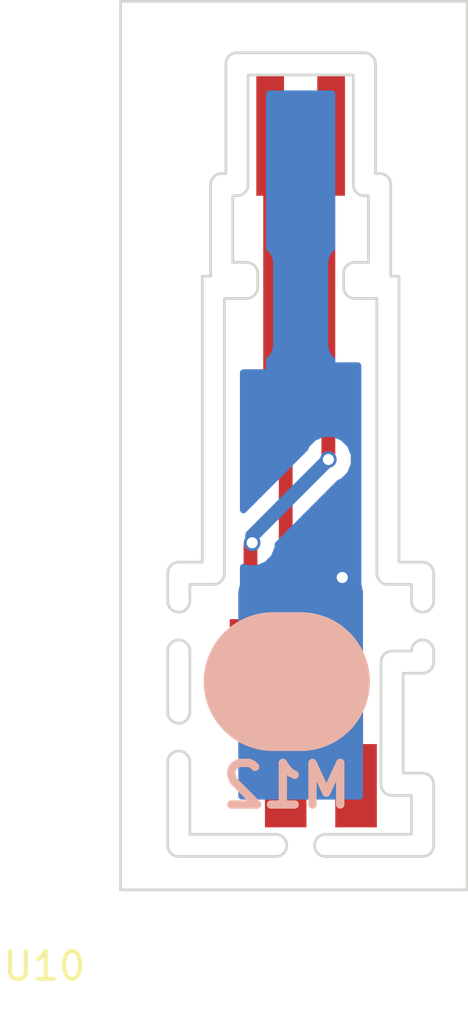
<source format=kicad_pcb>
(kicad_pcb (version 4) (host pcbnew 4.0.2-4+6225~38~ubuntu14.04.1-stable)

  (general
    (links 3)
    (no_connects 3)
    (area 143.475 69.949999 160.050001 106.975)
    (thickness 1.6)
    (drawings 85)
    (tracks 20)
    (zones 0)
    (modules 1)
    (nets 4)
  )

  (page A4)
  (layers
    (0 F.Cu signal)
    (31 B.Cu signal)
    (32 B.Adhes user)
    (33 F.Adhes user)
    (34 B.Paste user)
    (35 F.Paste user)
    (36 B.SilkS user)
    (37 F.SilkS user)
    (38 B.Mask user)
    (39 F.Mask user)
    (40 Dwgs.User user)
    (41 Cmts.User user)
    (42 Eco1.User user)
    (43 Eco2.User user)
    (44 Edge.Cuts user)
    (45 Margin user)
    (46 B.CrtYd user)
    (47 F.CrtYd user)
    (48 B.Fab user)
    (49 F.Fab user)
  )

  (setup
    (last_trace_width 0.5)
    (trace_clearance 0.2)
    (zone_clearance 0.508)
    (zone_45_only no)
    (trace_min 0.2)
    (segment_width 0.2)
    (edge_width 0.1)
    (via_size 0.6)
    (via_drill 0.4)
    (via_min_size 0.4)
    (via_min_drill 0.3)
    (uvia_size 0.3)
    (uvia_drill 0.1)
    (uvias_allowed no)
    (uvia_min_size 0.2)
    (uvia_min_drill 0.1)
    (pcb_text_width 0.3)
    (pcb_text_size 1.5 1.5)
    (mod_edge_width 0.15)
    (mod_text_size 1 1)
    (mod_text_width 0.15)
    (pad_size 1.5 3)
    (pad_drill 0)
    (pad_to_mask_clearance 0.2)
    (aux_axis_origin 0 0)
    (visible_elements FFFFFF7F)
    (pcbplotparams
      (layerselection 0x010fc_80000001)
      (usegerberextensions false)
      (excludeedgelayer true)
      (linewidth 0.100000)
      (plotframeref true)
      (viasonmask false)
      (mode 1)
      (useauxorigin false)
      (hpglpennumber 1)
      (hpglpenspeed 20)
      (hpglpendiameter 15)
      (hpglpenoverlay 2)
      (psnegative false)
      (psa4output false)
      (plotreference true)
      (plotvalue true)
      (plotinvisibletext false)
      (padsonsilk false)
      (subtractmaskfromsilk false)
      (outputformat 4)
      (mirror false)
      (drillshape 0)
      (scaleselection 1)
      (outputdirectory gerbers/))
  )

  (net 0 "")
  (net 1 GND)
  (net 2 "Net-(U1-Pad3)")
  (net 3 "Net-(U1-Pad4)")

  (net_class Default "This is the default net class."
    (clearance 0.2)
    (trace_width 0.5)
    (via_dia 0.6)
    (via_drill 0.4)
    (uvia_dia 0.3)
    (uvia_drill 0.1)
    (add_net GND)
    (add_net "Net-(U1-Pad3)")
    (add_net "Net-(U1-Pad4)")
  )

  (module sipm_socket:sipm_socket (layer F.Cu) (tedit 5734B8BF) (tstamp 5734BAB3)
    (at 150 100)
    (path /5734B77D)
    (fp_text reference U10 (at -5.25 4.75) (layer F.SilkS)
      (effects (font (size 1 1) (thickness 0.15)))
    )
    (fp_text value SiPM_Socket (at -1.5 6) (layer F.Fab)
      (effects (font (size 1 1) (thickness 0.15)))
    )
    (pad 1 smd rect (at 6 -1.75) (size 1.5 3) (layers F.Cu F.Paste F.Mask)
      (net 1 GND))
    (pad 2 smd rect (at 4.73 -6.25) (size 1.5 3) (layers F.Cu F.Paste F.Mask)
      (net 1 GND))
    (pad 3 smd rect (at 3.46 -1.75) (size 1.5 3) (layers F.Cu F.Paste F.Mask)
      (net 2 "Net-(U1-Pad3)"))
    (pad 4 smd rect (at 2.19 -6.25) (size 1.5 3) (layers F.Cu F.Paste F.Mask)
      (net 3 "Net-(U1-Pad4)"))
    (pad 5 smd rect (at 5.1 -25.175) (size 1 4.35) (layers F.Cu F.Paste F.Mask)
      (net 3 "Net-(U1-Pad4)"))
    (pad 6 smd rect (at 2.9 -25.175) (size 1 4.35) (layers F.Cu F.Paste F.Mask)
      (net 2 "Net-(U1-Pad3)"))
  )

  (gr_arc (start 152.05 79.8) (end 152.05 79.4) (angle 90) (layer Edge.Cuts) (width 0.1))
  (gr_arc (start 152.05 80.3) (end 152.45 80.3) (angle 90) (layer Edge.Cuts) (width 0.1))
  (gr_arc (start 155.95 80.3) (end 155.55 80.3) (angle -90) (layer Edge.Cuts) (width 0.1))
  (gr_arc (start 155.95 79.8) (end 155.55 79.8) (angle 89.9) (layer Edge.Cuts) (width 0.1))
  (gr_arc (start 156.85 76.6) (end 157.25 76.6) (angle -90) (layer Edge.Cuts) (width 0.1))
  (gr_arc (start 156.3 76.6) (end 156.3 77) (angle 90) (layer Edge.Cuts) (width 0.1))
  (gr_arc (start 151.7 76.6) (end 152.1 76.6) (angle 90) (layer Edge.Cuts) (width 0.1))
  (gr_arc (start 151.15 76.6) (end 150.75 76.6) (angle 90) (layer Edge.Cuts) (width 0.1))
  (gr_arc (start 151.7 72.25) (end 151.3 72.25) (angle 90) (layer Edge.Cuts) (width 0.1))
  (gr_arc (start 156.3 72.25) (end 156.7 72.25) (angle -90) (layer Edge.Cuts) (width 0.1))
  (gr_arc (start 157.15 90.6) (end 156.75 90.6) (angle -90) (layer Edge.Cuts) (width 0.1))
  (gr_arc (start 158.4 90.6) (end 158.4 90.2) (angle 90) (layer Edge.Cuts) (width 0.1))
  (gr_arc (start 158.4 91.6) (end 158 91.6) (angle -180) (layer Edge.Cuts) (width 0.1))
  (gr_arc (start 150.85 90.6) (end 150.85 91) (angle -90) (layer Edge.Cuts) (width 0.1))
  (gr_arc (start 149.6 90.6) (end 149.2 90.6) (angle 90) (layer Edge.Cuts) (width 0.1))
  (gr_arc (start 149.6 91.6) (end 149.2 91.6) (angle -180) (layer Edge.Cuts) (width 0.1))
  (gr_arc (start 158.4 93.8) (end 158.8 93.8) (angle 90) (layer Edge.Cuts) (width 0.1))
  (gr_arc (start 154.9 100.4) (end 154.9 100) (angle -180) (layer Edge.Cuts) (width 0.1))
  (gr_arc (start 158.4 100.4) (end 158.4 100.8) (angle -90) (layer Edge.Cuts) (width 0.1))
  (gr_arc (start 158.4 98.2) (end 158.8 98.2) (angle -90) (layer Edge.Cuts) (width 0.1))
  (gr_arc (start 157.3 98.2) (end 156.9 98.2) (angle -90) (layer Edge.Cuts) (width 0.1))
  (gr_arc (start 157.3 93.8) (end 156.9 93.8) (angle 90) (layer Edge.Cuts) (width 0.1))
  (gr_arc (start 158.4 93.4) (end 158 93.4) (angle 180) (layer Edge.Cuts) (width 0.1))
  (gr_arc (start 149.6 93.4) (end 149.2 93.4) (angle 180) (layer Edge.Cuts) (width 0.1))
  (gr_arc (start 149.6 95.6) (end 149.2 95.6) (angle -180) (layer Edge.Cuts) (width 0.1))
  (gr_arc (start 153.1 100.4) (end 153.1 100) (angle 180) (layer Edge.Cuts) (width 0.1))
  (gr_arc (start 149.6 97.4) (end 150 97.4) (angle -180) (layer Edge.Cuts) (width 0.1))
  (gr_arc (start 149.6 100.4) (end 149.2 100.4) (angle -90) (layer Edge.Cuts) (width 0.1))
  (gr_line (start 147.5 70) (end 147.5 102) (layer Edge.Cuts) (width 0.1))
  (gr_line (start 160 70) (end 147.5 70) (layer Edge.Cuts) (width 0.1))
  (gr_line (start 160 102) (end 160 70) (layer Edge.Cuts) (width 0.1))
  (gr_line (start 147.5 102) (end 160 102) (layer Edge.Cuts) (width 0.1))
  (gr_line (start 153 94.5) (end 154 94.5) (layer B.SilkS) (width 5))
  (gr_text "M12\n" (at 153.5 98.25) (layer B.SilkS)
    (effects (font (size 1.5 1.5) (thickness 0.3)) (justify mirror))
  )
  (gr_line (start 149.2 90.6) (end 149.2 91.6) (layer Edge.Cuts) (width 0.1))
  (gr_line (start 149.6 90.2) (end 150.45 90.2) (layer Edge.Cuts) (width 0.1))
  (gr_line (start 150.45 79.9) (end 150.45 90.2) (layer Edge.Cuts) (width 0.1))
  (gr_line (start 150.45 79.9) (end 150.75 79.9) (layer Edge.Cuts) (width 0.1))
  (gr_line (start 150.75 79.9) (end 150.75 76.6) (layer Edge.Cuts) (width 0.1))
  (gr_line (start 151.175 76.2) (end 151.3 76.2) (layer Edge.Cuts) (width 0.1))
  (gr_line (start 151.3 76.2) (end 151.3 72.25) (layer Edge.Cuts) (width 0.1))
  (gr_line (start 151.7 71.85) (end 156.3 71.85) (layer Edge.Cuts) (width 0.1))
  (gr_line (start 156.7 72.25) (end 156.7 76.2) (layer Edge.Cuts) (width 0.1))
  (gr_line (start 156.7 76.2) (end 156.85 76.2) (layer Edge.Cuts) (width 0.1))
  (gr_line (start 157.25 76.6) (end 157.25 79.9) (layer Edge.Cuts) (width 0.1))
  (gr_line (start 157.25 79.9) (end 157.55 79.9) (layer Edge.Cuts) (width 0.1))
  (gr_line (start 157.55 79.9) (end 157.55 90.2) (layer Edge.Cuts) (width 0.1))
  (gr_line (start 157.55 90.2) (end 158.4 90.2) (layer Edge.Cuts) (width 0.1))
  (gr_line (start 158.8 90.6) (end 158.8 91.6) (layer Edge.Cuts) (width 0.1))
  (gr_line (start 158 91) (end 158 91.6) (layer Edge.Cuts) (width 0.1))
  (gr_line (start 157.175 91) (end 158 91) (layer Edge.Cuts) (width 0.1))
  (gr_line (start 156.75 80.7) (end 156.75 90.6) (layer Edge.Cuts) (width 0.1))
  (gr_line (start 155.95 80.7) (end 156.75 80.7) (layer Edge.Cuts) (width 0.1))
  (gr_line (start 155.55 79.8) (end 155.55 80.3) (layer Edge.Cuts) (width 0.1))
  (gr_line (start 155.95 79.4) (end 156.45 79.4) (layer Edge.Cuts) (width 0.1))
  (gr_line (start 156.45 77) (end 156.45 79.4) (layer Edge.Cuts) (width 0.1))
  (gr_line (start 156.3 77) (end 156.45 77) (layer Edge.Cuts) (width 0.1))
  (gr_line (start 155.9 72.65) (end 155.9 76.6) (layer Edge.Cuts) (width 0.1))
  (gr_line (start 152.1 72.65) (end 155.9 72.65) (layer Edge.Cuts) (width 0.1))
  (gr_line (start 152.1 76.6) (end 152.1 72.65) (layer Edge.Cuts) (width 0.1))
  (gr_line (start 151.55 77) (end 151.7 77) (layer Edge.Cuts) (width 0.1))
  (gr_line (start 151.55 79.4) (end 151.55 77) (layer Edge.Cuts) (width 0.1))
  (gr_line (start 151.55 79.4) (end 152.05 79.4) (layer Edge.Cuts) (width 0.1))
  (gr_line (start 152.45 80.3) (end 152.45 79.7) (layer Edge.Cuts) (width 0.1))
  (gr_line (start 151.25 80.7) (end 152.05 80.7) (layer Edge.Cuts) (width 0.1))
  (gr_line (start 151.25 90.6) (end 151.25 80.7) (layer Edge.Cuts) (width 0.1))
  (gr_line (start 150 91) (end 150.85 91) (layer Edge.Cuts) (width 0.1))
  (gr_line (start 150 91) (end 150 91.6) (layer Edge.Cuts) (width 0.1))
  (gr_line (start 150 95.6) (end 150 93.4) (layer Edge.Cuts) (width 0.1))
  (gr_line (start 149.2 95.6) (end 149.2 93.4) (layer Edge.Cuts) (width 0.1))
  (gr_line (start 150 100) (end 153.1 100) (layer Edge.Cuts) (width 0.1))
  (gr_line (start 150 100) (end 150 97.4) (layer Edge.Cuts) (width 0.1))
  (gr_line (start 149.2 100.4) (end 149.2 97.4) (layer Edge.Cuts) (width 0.1))
  (gr_line (start 149.6 100.8) (end 153.1 100.8) (layer Edge.Cuts) (width 0.1))
  (gr_line (start 154.9 100.8) (end 158.4 100.8) (layer Edge.Cuts) (width 0.1))
  (gr_line (start 158.8 98.2) (end 158.8 100.4) (layer Edge.Cuts) (width 0.1))
  (gr_line (start 157.7 97.8) (end 158.4 97.8) (layer Edge.Cuts) (width 0.1))
  (gr_line (start 157.7 94.2) (end 157.7 97.8) (layer Edge.Cuts) (width 0.1))
  (gr_line (start 157.7 94.2) (end 158.4 94.2) (layer Edge.Cuts) (width 0.1))
  (gr_line (start 158.8 93.4) (end 158.8 93.8) (layer Edge.Cuts) (width 0.1))
  (gr_line (start 157.3 93.4) (end 158 93.4) (layer Edge.Cuts) (width 0.1))
  (gr_line (start 156.9 98.2) (end 156.9 93.8) (layer Edge.Cuts) (width 0.1))
  (gr_line (start 158 98.6) (end 157.3 98.6) (layer Edge.Cuts) (width 0.1))
  (gr_line (start 158 100) (end 158 98.6) (layer Edge.Cuts) (width 0.1))
  (gr_line (start 154.9 100) (end 158 100) (layer Edge.Cuts) (width 0.1))

  (segment (start 154.73 93.75) (end 154.73 91.52) (width 0.5) (layer F.Cu) (net 1))
  (segment (start 154.73 91.52) (end 155.5 90.75) (width 0.5) (layer F.Cu) (net 1))
  (via (at 155.5 90.75) (size 0.6) (drill 0.4) (layers F.Cu B.Cu) (net 1))
  (segment (start 154.73 93.75) (end 155.98 93.75) (width 0.5) (layer F.Cu) (net 1))
  (segment (start 155.98 93.75) (end 156 93.77) (width 0.5) (layer F.Cu) (net 1))
  (segment (start 156 93.77) (end 156 96.25) (width 0.5) (layer F.Cu) (net 1))
  (segment (start 156 96.25) (end 156 98.25) (width 0.5) (layer F.Cu) (net 1))
  (segment (start 153.46 84.79) (end 152.9 84.23) (width 0.5) (layer F.Cu) (net 2))
  (segment (start 152.9 84.23) (end 152.9 74.825) (width 0.5) (layer F.Cu) (net 2))
  (segment (start 153.46 98.25) (end 153.46 84.79) (width 0.5) (layer F.Cu) (net 2))
  (segment (start 155 86.5) (end 155 74.925) (width 0.5) (layer F.Cu) (net 3))
  (segment (start 155 74.925) (end 155.1 74.825) (width 0.5) (layer F.Cu) (net 3))
  (segment (start 152.25 89.5) (end 152.25 89.25) (width 0.5) (layer B.Cu) (net 3))
  (segment (start 152.25 89.25) (end 155 86.5) (width 0.5) (layer B.Cu) (net 3))
  (via (at 155 86.5) (size 0.6) (drill 0.4) (layers F.Cu B.Cu) (net 3))
  (segment (start 152.19 93.75) (end 152.19 89.56) (width 0.5) (layer F.Cu) (net 3))
  (segment (start 152.19 89.56) (end 152.25 89.5) (width 0.5) (layer F.Cu) (net 3))
  (via (at 152.25 89.5) (size 0.6) (drill 0.4) (layers F.Cu B.Cu) (net 3))
  (segment (start 152.19 93.75) (end 152.19 93) (width 0.25) (layer F.Cu) (net 3))
  (segment (start 152.19 93) (end 152.25 92.94) (width 0.25) (layer F.Cu) (net 3))

  (zone (net 1) (net_name GND) (layer B.Cu) (tstamp 0) (hatch edge 0.508)
    (connect_pads (clearance 0.508))
    (min_thickness 0.254)
    (fill yes (arc_segments 16) (thermal_gap 0.508) (thermal_bridge_width 0.508))
    (polygon
      (pts
        (xy 155.25 83) (xy 156.25 83) (xy 156.25 98.75) (xy 151.75 98.75) (xy 151.75 83.25)
        (xy 152.75 83.25) (xy 152.75 73) (xy 155.25 73) (xy 155.25 83)
      )
    )
    (filled_polygon
      (pts
        (xy 155.123 78.8773) (xy 155.065632 78.915632) (xy 154.917143 79.137862) (xy 154.865 79.4) (xy 154.865 82.4)
        (xy 154.917143 82.662138) (xy 155.065632 82.884368) (xy 155.123 82.9227) (xy 155.123 83) (xy 155.133006 83.04941)
        (xy 155.161447 83.091035) (xy 155.203841 83.118315) (xy 155.25 83.127) (xy 156.065 83.127) (xy 156.065 91)
        (xy 156.117143 91.262138) (xy 156.123 91.270904) (xy 156.123 98.623) (xy 151.877 98.623) (xy 151.877 91.270904)
        (xy 151.882857 91.262138) (xy 151.935 91) (xy 151.935 90.381604) (xy 152.063201 90.434838) (xy 152.435167 90.435162)
        (xy 152.778943 90.293117) (xy 153.042192 90.030327) (xy 153.184838 89.686799) (xy 153.184943 89.566637) (xy 155.408834 87.342745)
        (xy 155.528943 87.293117) (xy 155.792192 87.030327) (xy 155.934838 86.686799) (xy 155.935162 86.314833) (xy 155.793117 85.971057)
        (xy 155.530327 85.707808) (xy 155.186799 85.565162) (xy 154.814833 85.564838) (xy 154.471057 85.706883) (xy 154.207808 85.969673)
        (xy 154.157434 86.090987) (xy 151.935 88.31342) (xy 151.935 83.377) (xy 152.75 83.377) (xy 152.79941 83.366994)
        (xy 152.841035 83.338553) (xy 152.868315 83.296159) (xy 152.877 83.25) (xy 152.877 82.9227) (xy 152.934368 82.884368)
        (xy 153.082857 82.662138) (xy 153.135 82.4) (xy 153.135 79.4) (xy 153.082857 79.137862) (xy 152.934368 78.915632)
        (xy 152.877 78.8773) (xy 152.877 73.335) (xy 155.123 73.335)
      )
    )
  )
)

</source>
